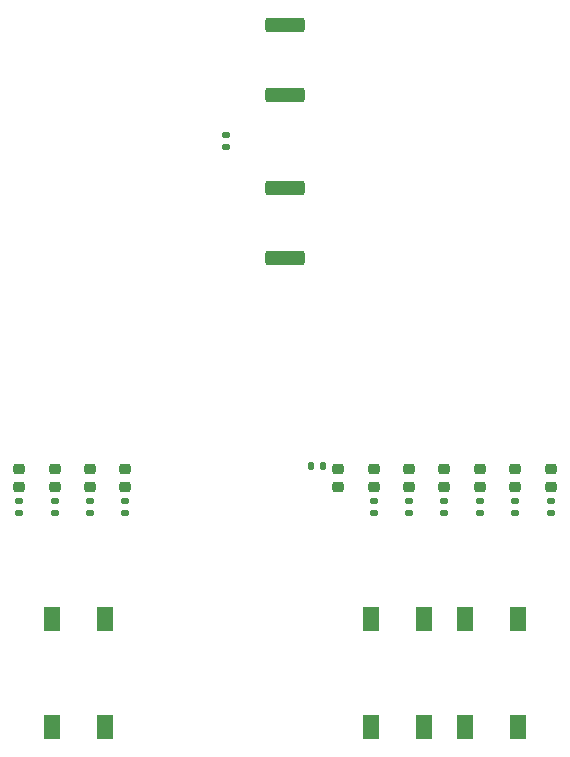
<source format=gbp>
G04 #@! TF.GenerationSoftware,KiCad,Pcbnew,7.0.8-7.0.8~ubuntu22.04.1*
G04 #@! TF.CreationDate,2023-11-30T18:16:29+01:00*
G04 #@! TF.ProjectId,LibreCAL,4c696272-6543-4414-9c2e-6b696361645f,B*
G04 #@! TF.SameCoordinates,Original*
G04 #@! TF.FileFunction,Paste,Bot*
G04 #@! TF.FilePolarity,Positive*
%FSLAX46Y46*%
G04 Gerber Fmt 4.6, Leading zero omitted, Abs format (unit mm)*
G04 Created by KiCad (PCBNEW 7.0.8-7.0.8~ubuntu22.04.1) date 2023-11-30 18:16:29*
%MOMM*%
%LPD*%
G01*
G04 APERTURE LIST*
G04 Aperture macros list*
%AMRoundRect*
0 Rectangle with rounded corners*
0 $1 Rounding radius*
0 $2 $3 $4 $5 $6 $7 $8 $9 X,Y pos of 4 corners*
0 Add a 4 corners polygon primitive as box body*
4,1,4,$2,$3,$4,$5,$6,$7,$8,$9,$2,$3,0*
0 Add four circle primitives for the rounded corners*
1,1,$1+$1,$2,$3*
1,1,$1+$1,$4,$5*
1,1,$1+$1,$6,$7*
1,1,$1+$1,$8,$9*
0 Add four rect primitives between the rounded corners*
20,1,$1+$1,$2,$3,$4,$5,0*
20,1,$1+$1,$4,$5,$6,$7,0*
20,1,$1+$1,$6,$7,$8,$9,0*
20,1,$1+$1,$8,$9,$2,$3,0*%
G04 Aperture macros list end*
%ADD10RoundRect,0.250000X1.425000X-0.362500X1.425000X0.362500X-1.425000X0.362500X-1.425000X-0.362500X0*%
%ADD11RoundRect,0.135000X-0.185000X0.135000X-0.185000X-0.135000X0.185000X-0.135000X0.185000X0.135000X0*%
%ADD12RoundRect,0.218750X0.256250X-0.218750X0.256250X0.218750X-0.256250X0.218750X-0.256250X-0.218750X0*%
%ADD13RoundRect,0.140000X-0.560000X0.910000X-0.560000X-0.910000X0.560000X-0.910000X0.560000X0.910000X0*%
%ADD14RoundRect,0.135000X0.135000X0.185000X-0.135000X0.185000X-0.135000X-0.185000X0.135000X-0.185000X0*%
%ADD15RoundRect,0.140000X0.560000X-0.910000X0.560000X0.910000X-0.560000X0.910000X-0.560000X-0.910000X0*%
%ADD16RoundRect,0.135000X0.185000X-0.135000X0.185000X0.135000X-0.185000X0.135000X-0.185000X-0.135000X0*%
G04 APERTURE END LIST*
D10*
G04 #@! TO.C,R9*
X127500000Y-80562500D03*
X127500000Y-74637500D03*
G04 #@! TD*
D11*
G04 #@! TO.C,R22*
X141000000Y-114990000D03*
X141000000Y-116010000D03*
G04 #@! TD*
D12*
G04 #@! TO.C,D1*
X150000000Y-113787500D03*
X150000000Y-112212500D03*
G04 #@! TD*
G04 #@! TO.C,D8*
X138000000Y-113787500D03*
X138000000Y-112212500D03*
G04 #@! TD*
D11*
G04 #@! TO.C,R18*
X111000000Y-114990000D03*
X111000000Y-116010000D03*
G04 #@! TD*
G04 #@! TO.C,R24*
X135000000Y-114990000D03*
X135000000Y-116010000D03*
G04 #@! TD*
D13*
G04 #@! TO.C,SW1*
X139250000Y-124950000D03*
X139250000Y-134050000D03*
X134750000Y-124950000D03*
X134750000Y-134050000D03*
G04 #@! TD*
D12*
G04 #@! TO.C,D10*
X132000000Y-113787500D03*
X132000000Y-112212500D03*
G04 #@! TD*
G04 #@! TO.C,D11*
X135000000Y-113787500D03*
X135000000Y-112212500D03*
G04 #@! TD*
D14*
G04 #@! TO.C,R23*
X130710000Y-112000000D03*
X129690000Y-112000000D03*
G04 #@! TD*
D12*
G04 #@! TO.C,D9*
X141000000Y-113787500D03*
X141000000Y-112212500D03*
G04 #@! TD*
G04 #@! TO.C,D5*
X111000000Y-113787500D03*
X111000000Y-112212500D03*
G04 #@! TD*
D11*
G04 #@! TO.C,R15*
X147000000Y-114990000D03*
X147000000Y-116010000D03*
G04 #@! TD*
G04 #@! TO.C,R19*
X108000000Y-114990000D03*
X108000000Y-116010000D03*
G04 #@! TD*
G04 #@! TO.C,R16*
X144000000Y-114990000D03*
X144000000Y-116010000D03*
G04 #@! TD*
G04 #@! TO.C,R21*
X138000000Y-114990000D03*
X138000000Y-116010000D03*
G04 #@! TD*
G04 #@! TO.C,R20*
X105000000Y-114990000D03*
X105000000Y-116010000D03*
G04 #@! TD*
D15*
G04 #@! TO.C,SW3*
X107750000Y-134050000D03*
X107750000Y-124950000D03*
X112250000Y-134050000D03*
X112250000Y-124950000D03*
G04 #@! TD*
D11*
G04 #@! TO.C,R17*
X114000000Y-114990000D03*
X114000000Y-116010000D03*
G04 #@! TD*
G04 #@! TO.C,R14*
X150000000Y-114990000D03*
X150000000Y-116010000D03*
G04 #@! TD*
D12*
G04 #@! TO.C,D6*
X108000000Y-113787500D03*
X108000000Y-112212500D03*
G04 #@! TD*
D10*
G04 #@! TO.C,R8*
X127500000Y-94362500D03*
X127500000Y-88437500D03*
G04 #@! TD*
D12*
G04 #@! TO.C,D3*
X144000000Y-113787500D03*
X144000000Y-112212500D03*
G04 #@! TD*
G04 #@! TO.C,D2*
X147000000Y-113787500D03*
X147000000Y-112212500D03*
G04 #@! TD*
D16*
G04 #@! TO.C,TH1*
X122500000Y-85010000D03*
X122500000Y-83990000D03*
G04 #@! TD*
D15*
G04 #@! TO.C,SW2*
X142750000Y-134050000D03*
X142750000Y-124950000D03*
X147250000Y-134050000D03*
X147250000Y-124950000D03*
G04 #@! TD*
D12*
G04 #@! TO.C,D7*
X105000000Y-113787500D03*
X105000000Y-112212500D03*
G04 #@! TD*
G04 #@! TO.C,D4*
X114000000Y-113787500D03*
X114000000Y-112212500D03*
G04 #@! TD*
M02*

</source>
